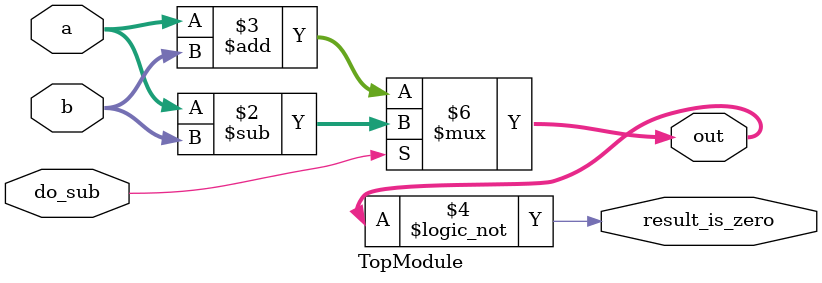
<source format=sv>
module TopModule (
    input logic do_sub,
    input logic [7:0] a,
    input logic [7:0] b,
    output logic [7:0] out,
    output logic result_is_zero
);

    always @(*) begin
        if (do_sub) 
            out = a - b;
        else 
            out = a + b;

        result_is_zero = (out == 8'b0);
    end

endmodule
</source>
